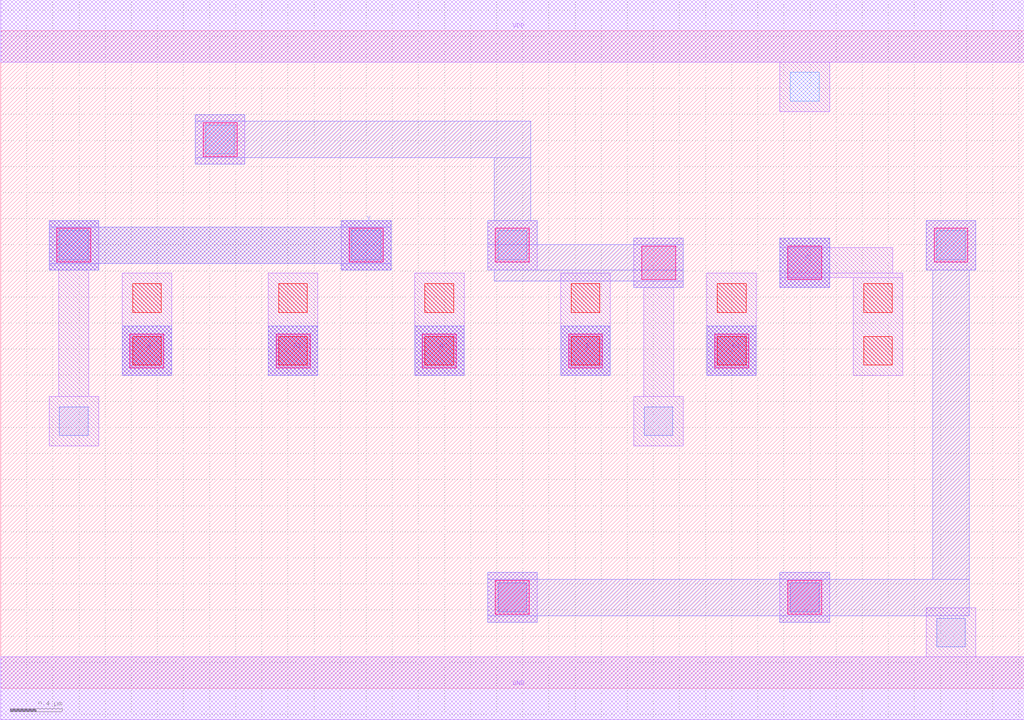
<source format=lef>
MACRO AOAI321
 CLASS CORE ;
 FOREIGN AOAI321 0 0 ;
 SIZE 7.84 BY 5.04 ;
 ORIGIN 0 0 ;
 SYMMETRY X Y R90 ;
 SITE unit ;
  PIN VDD
   DIRECTION INOUT ;
   USE POWER ;
   SHAPE ABUTMENT ;
    PORT
     CLASS CORE ;
       LAYER met1 ;
        RECT 0.00000000 4.80000000 7.84000000 5.28000000 ;
    END
  END VDD

  PIN GND
   DIRECTION INOUT ;
   USE POWER ;
   SHAPE ABUTMENT ;
    PORT
     CLASS CORE ;
       LAYER met1 ;
        RECT 0.00000000 -0.24000000 7.84000000 0.24000000 ;
    END
  END GND

  PIN Y
   DIRECTION INOUT ;
   USE SIGNAL ;
   SHAPE ABUTMENT ;
    PORT
     CLASS CORE ;
       LAYER met2 ;
        RECT 0.37000000 3.20700000 0.75000000 3.25700000 ;
        RECT 2.61000000 3.20700000 2.99000000 3.25700000 ;
        RECT 0.37000000 3.25700000 2.99000000 3.53700000 ;
        RECT 0.37000000 3.53700000 0.75000000 3.58700000 ;
        RECT 2.61000000 3.53700000 2.99000000 3.58700000 ;
    END
  END Y

  PIN B
   DIRECTION INOUT ;
   USE SIGNAL ;
   SHAPE ABUTMENT ;
    PORT
     CLASS CORE ;
       LAYER met2 ;
        RECT 4.29000000 2.39700000 4.67000000 2.77700000 ;
    END
  END B

  PIN B1
   DIRECTION INOUT ;
   USE SIGNAL ;
   SHAPE ABUTMENT ;
    PORT
     CLASS CORE ;
       LAYER met2 ;
        RECT 5.41000000 2.39700000 5.79000000 2.77700000 ;
    END
  END B1

  PIN A2
   DIRECTION INOUT ;
   USE SIGNAL ;
   SHAPE ABUTMENT ;
    PORT
     CLASS CORE ;
       LAYER met2 ;
        RECT 3.17000000 2.39700000 3.55000000 2.77700000 ;
    END
  END A2

  PIN A
   DIRECTION INOUT ;
   USE SIGNAL ;
   SHAPE ABUTMENT ;
    PORT
     CLASS CORE ;
       LAYER met2 ;
        RECT 0.93000000 2.39700000 1.31000000 2.77700000 ;
    END
  END A

  PIN A1
   DIRECTION INOUT ;
   USE SIGNAL ;
   SHAPE ABUTMENT ;
    PORT
     CLASS CORE ;
       LAYER met2 ;
        RECT 2.05000000 2.39700000 2.43000000 2.77700000 ;
    END
  END A1

  PIN C
   DIRECTION INOUT ;
   USE SIGNAL ;
   SHAPE ABUTMENT ;
    PORT
     CLASS CORE ;
       LAYER met2 ;
        RECT 5.97000000 3.07200000 6.35000000 3.45200000 ;
    END
  END C

 OBS
    LAYER polycont ;
     RECT 1.01000000 2.47700000 1.23000000 2.69700000 ;
     RECT 2.13000000 2.47700000 2.35000000 2.69700000 ;
     RECT 3.25000000 2.47700000 3.47000000 2.69700000 ;
     RECT 4.37000000 2.47700000 4.59000000 2.69700000 ;
     RECT 5.49000000 2.47700000 5.71000000 2.69700000 ;
     RECT 6.61000000 2.47700000 6.83000000 2.69700000 ;
     RECT 1.01000000 2.88200000 1.23000000 3.10200000 ;
     RECT 2.13000000 2.88200000 2.35000000 3.10200000 ;
     RECT 3.25000000 2.88200000 3.47000000 3.10200000 ;
     RECT 4.37000000 2.88200000 4.59000000 3.10200000 ;
     RECT 5.49000000 2.88200000 5.71000000 3.10200000 ;
     RECT 6.61000000 2.88200000 6.83000000 3.10200000 ;

    LAYER pdiffc ;
     RECT 0.45000000 3.28700000 0.67000000 3.50700000 ;
     RECT 2.69000000 3.28700000 2.91000000 3.50700000 ;
     RECT 3.81000000 3.28700000 4.03000000 3.50700000 ;
     RECT 7.17000000 3.28700000 7.39000000 3.50700000 ;
     RECT 1.57000000 4.09700000 1.79000000 4.31700000 ;
     RECT 6.05000000 4.50200000 6.27000000 4.72200000 ;

    LAYER ndiffc ;
     RECT 7.17000000 0.31700000 7.39000000 0.53700000 ;
     RECT 3.81000000 0.58700000 4.03000000 0.80700000 ;
     RECT 6.05000000 0.58700000 6.27000000 0.80700000 ;
     RECT 0.45000000 1.93700000 0.67000000 2.15700000 ;
     RECT 4.93000000 1.93700000 5.15000000 2.15700000 ;

    LAYER met1 ;
     RECT 0.00000000 -0.24000000 7.84000000 0.24000000 ;
     RECT 7.09000000 0.24000000 7.47000000 0.61700000 ;
     RECT 3.73000000 0.50700000 4.11000000 0.88700000 ;
     RECT 5.97000000 0.50700000 6.35000000 0.88700000 ;
     RECT 0.93000000 2.39700000 1.31000000 3.18200000 ;
     RECT 2.05000000 2.39700000 2.43000000 3.18200000 ;
     RECT 3.17000000 2.39700000 3.55000000 3.18200000 ;
     RECT 4.29000000 2.39700000 4.67000000 3.18200000 ;
     RECT 5.41000000 2.39700000 5.79000000 3.18200000 ;
     RECT 4.85000000 1.85700000 5.23000000 2.23700000 ;
     RECT 4.92500000 2.23700000 5.15500000 3.07200000 ;
     RECT 4.85000000 3.07200000 5.23000000 3.45200000 ;
     RECT 5.97000000 3.07200000 6.35000000 3.14700000 ;
     RECT 6.53000000 2.39700000 6.91000000 3.14700000 ;
     RECT 5.97000000 3.14700000 6.91000000 3.18200000 ;
     RECT 5.97000000 3.18200000 6.83500000 3.37700000 ;
     RECT 5.97000000 3.37700000 6.35000000 3.45200000 ;
     RECT 0.37000000 1.85700000 0.75000000 2.23700000 ;
     RECT 0.44500000 2.23700000 0.67500000 3.20700000 ;
     RECT 0.37000000 3.20700000 0.75000000 3.58700000 ;
     RECT 2.61000000 3.20700000 2.99000000 3.58700000 ;
     RECT 3.73000000 3.20700000 4.11000000 3.58700000 ;
     RECT 7.09000000 3.20700000 7.47000000 3.58700000 ;
     RECT 1.49000000 4.01700000 1.87000000 4.39700000 ;
     RECT 5.97000000 4.42200000 6.35000000 4.80000000 ;
     RECT 0.00000000 4.80000000 7.84000000 5.28000000 ;

    LAYER via1 ;
     RECT 3.79000000 0.56700000 4.05000000 0.82700000 ;
     RECT 6.03000000 0.56700000 6.29000000 0.82700000 ;
     RECT 0.99000000 2.45700000 1.25000000 2.71700000 ;
     RECT 2.11000000 2.45700000 2.37000000 2.71700000 ;
     RECT 3.23000000 2.45700000 3.49000000 2.71700000 ;
     RECT 4.35000000 2.45700000 4.61000000 2.71700000 ;
     RECT 5.47000000 2.45700000 5.73000000 2.71700000 ;
     RECT 4.91000000 3.13200000 5.17000000 3.39200000 ;
     RECT 6.03000000 3.13200000 6.29000000 3.39200000 ;
     RECT 0.43000000 3.26700000 0.69000000 3.52700000 ;
     RECT 2.67000000 3.26700000 2.93000000 3.52700000 ;
     RECT 3.79000000 3.26700000 4.05000000 3.52700000 ;
     RECT 7.15000000 3.26700000 7.41000000 3.52700000 ;
     RECT 1.55000000 4.07700000 1.81000000 4.33700000 ;

    LAYER met2 ;
     RECT 0.93000000 2.39700000 1.31000000 2.77700000 ;
     RECT 2.05000000 2.39700000 2.43000000 2.77700000 ;
     RECT 3.17000000 2.39700000 3.55000000 2.77700000 ;
     RECT 4.29000000 2.39700000 4.67000000 2.77700000 ;
     RECT 5.41000000 2.39700000 5.79000000 2.77700000 ;
     RECT 5.97000000 3.07200000 6.35000000 3.45200000 ;
     RECT 0.37000000 3.20700000 0.75000000 3.25700000 ;
     RECT 2.61000000 3.20700000 2.99000000 3.25700000 ;
     RECT 0.37000000 3.25700000 2.99000000 3.53700000 ;
     RECT 0.37000000 3.53700000 0.75000000 3.58700000 ;
     RECT 2.61000000 3.53700000 2.99000000 3.58700000 ;
     RECT 3.73000000 0.50700000 4.11000000 0.55700000 ;
     RECT 5.97000000 0.50700000 6.35000000 0.55700000 ;
     RECT 3.73000000 0.55700000 7.42000000 0.83700000 ;
     RECT 3.73000000 0.83700000 4.11000000 0.88700000 ;
     RECT 5.97000000 0.83700000 6.35000000 0.88700000 ;
     RECT 7.14000000 0.83700000 7.42000000 3.20700000 ;
     RECT 7.09000000 3.20700000 7.47000000 3.58700000 ;
     RECT 4.85000000 3.07200000 5.23000000 3.12200000 ;
     RECT 3.78000000 3.12200000 5.23000000 3.20700000 ;
     RECT 3.73000000 3.20700000 5.23000000 3.40200000 ;
     RECT 4.85000000 3.40200000 5.23000000 3.45200000 ;
     RECT 3.73000000 3.40200000 4.11000000 3.58700000 ;
     RECT 1.49000000 4.01700000 1.87000000 4.06700000 ;
     RECT 3.78000000 3.58700000 4.06000000 4.06700000 ;
     RECT 1.49000000 4.06700000 4.06000000 4.34700000 ;
     RECT 1.49000000 4.34700000 1.87000000 4.39700000 ;

 END
END AOAI321

</source>
